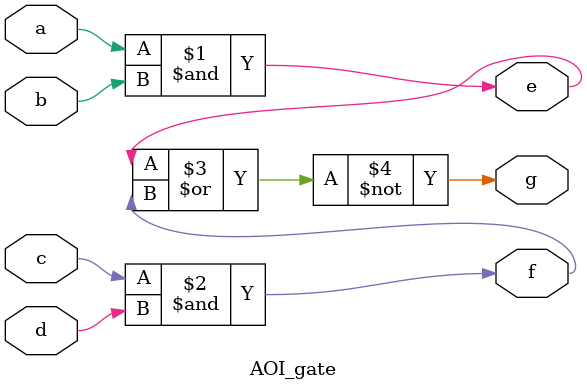
<source format=v>
`timescale 1ns / 1ps

module AOI_gate(
    input a,
    input b,
    input c,
    input d,
    output e,
    output f,
    output g
    );

assign e=a&b;
assign f=c&d;
assign g=~(e|f);

endmodule
</source>
